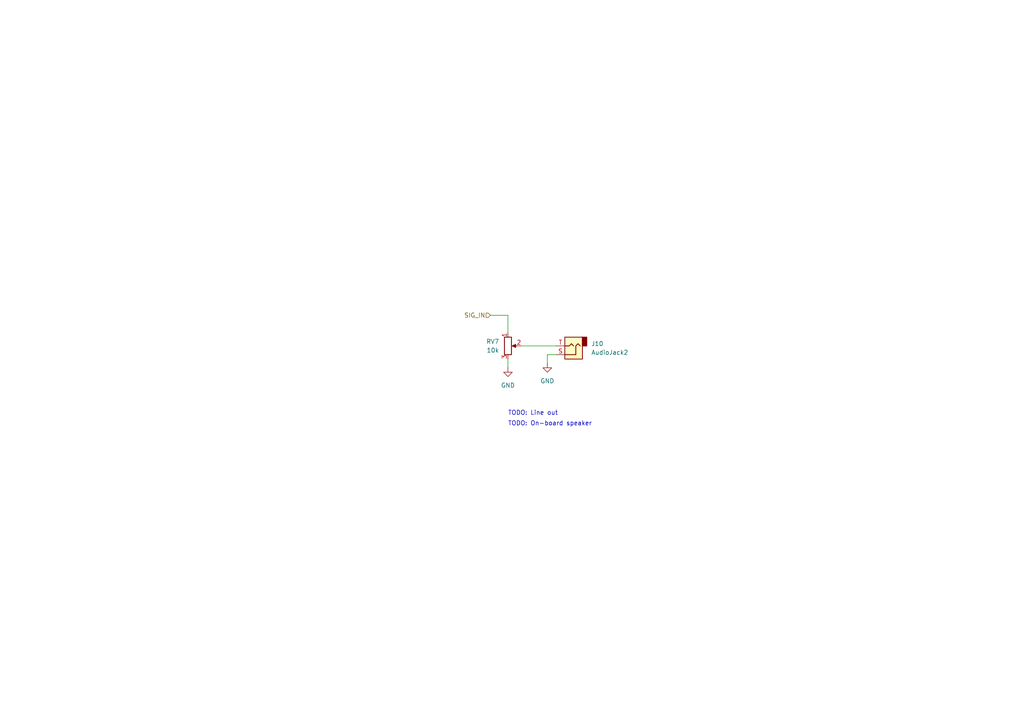
<source format=kicad_sch>
(kicad_sch (version 20250114) (generator "eeschema") (generator_version "9.0")
  (paper "A4")
  (lib_symbols
    (symbol "Connector_Audio:AudioJack2"
      (property "Reference" "J" (at 0 8.89 0))
      (property "Value" "AudioJack2" (at 0 6.35 0))
      (symbol "AudioJack2_0_1"
        (rectangle (start -3.81 0) (end -2.54 -2.54) (stroke (width 0.254)) (fill (type outline)))
        (rectangle (start -2.54 3.81) (end 2.54 -2.54) (stroke (width 0.254)) (fill (type background)))
        (polyline (pts (xy 0 0) (xy 0.635 -0.635) (xy 1.27 0) (xy 2.54 0)) (stroke (width 0.254)))
        (polyline (pts (xy 2.54 2.54) (xy -0.635 2.54) (xy -0.635 0) (xy -1.27 -0.635) (xy -1.905 0)) (stroke (width 0.254)))
      )
      (symbol "AudioJack2_1_1"
        (pin passive line (at 5.08 2.54 180) (length 2.54) (name "~") (number "S"))
        (pin passive line (at 5.08 0 180) (length 2.54) (name "~") (number "T"))
      )
    )
    (symbol "Device:R_Potentiometer" (pin_names (offset 1.016) (hide yes))
      (property "Reference" "RV" (at -4.445 0 90))
      (property "Value" "R_Potentiometer" (at -2.54 0 90))
      (symbol "R_Potentiometer_0_1"
        (rectangle (start 1.016 2.54) (end -1.016 -2.54) (stroke (width 0.254)))
        (polyline (pts (xy 1.143 0) (xy 2.286 0.508) (xy 2.286 -0.508) (xy 1.143 0)) (fill (type outline)))
        (polyline (pts (xy 2.54 0) (xy 1.524 0)))
      )
      (symbol "R_Potentiometer_1_1"
        (pin passive line (at 0 3.81 270) (length 1.27) (name "1") (number "1"))
        (pin passive line (at 0 -3.81 90) (length 1.27) (name "3") (number "3"))
        (pin passive line (at 3.81 0 180) (length 1.27) (name "2") (number "2"))
      )
    )
    (symbol "power:GND" (power) (pin_numbers (hide yes)) (pin_names (offset 0) (hide yes))
      (property "Value" "GND" (at 0 -3.81 0))
      (symbol "GND_0_1"
        (polyline (pts (xy 0 0) (xy 0 -1.27) (xy 1.27 -1.27) (xy 0 -2.54) (xy -1.27 -1.27) (xy 0 -1.27)))
      )
      (symbol "GND_1_1"
        (pin power_in line (at 0 0 270) (length 0) (name "~") (number "1"))
      )
    )
  )
  (text "TODO: On-board speaker" (at 147.32 122.936 0) (effects (font (size 1.27 1.27)) (justify left)))
  (text "TODO: Line out" (at 147.32 119.888 0) (effects (font (size 1.27 1.27)) (justify left)))
  (wire (pts (xy 158.75 102.87) (xy 158.75 105.41)))
  (wire (pts (xy 151.13 100.33) (xy 161.29 100.33)))
  (wire (pts (xy 142.24 91.44) (xy 147.32 91.44)))
  (wire (pts (xy 147.32 104.14) (xy 147.32 106.68)))
  (wire (pts (xy 147.32 91.44) (xy 147.32 96.52)))
  (wire (pts (xy 161.29 102.87) (xy 158.75 102.87)))
  (hierarchical_label "SIG_IN" (shape input) (at 142.24 91.44 180))
  (symbol (lib_id "Connector_Audio:AudioJack2") (at 166.37 100.33 180) (unit 1)
    (property "Reference" "J10" (at 171.45 99.6949 0) (effects (justify right)))
    (property "Value" "AudioJack2" (at 171.45 102.2349 0) (effects (justify right)))
    (property "Description" "Audio Jack, 2 Poles (Mono / TS)" (effects (hide yes)))
  )
  (symbol (lib_id "power:GND") (at 147.32 106.68 0) (unit 1)
    (property "Reference" "#PWR041" (effects (hide yes)))
    (property "Value" "GND" (at 147.32 111.76 0))
    (property "Description" "Power symbol creates a global label with name \"GND\" , ground" (effects (hide yes)))
  )
  (symbol (lib_id "power:GND") (at 158.75 105.41 0) (unit 1)
    (property "Reference" "#PWR066" (effects (hide yes)))
    (property "Value" "GND" (at 158.75 110.49 0))
    (property "Description" "Power symbol creates a global label with name \"GND\" , ground" (effects (hide yes)))
  )
  (symbol (lib_id "Device:R_Potentiometer") (at 147.32 100.33 0) (unit 1)
    (property "Reference" "RV7" (at 144.78 99.0599 0) (effects (justify right)))
    (property "Value" "10k" (at 144.78 101.5999 0) (effects (justify right)))
    (property "Description" "Potentiometer" (effects (hide yes)))
  )
)
</source>
